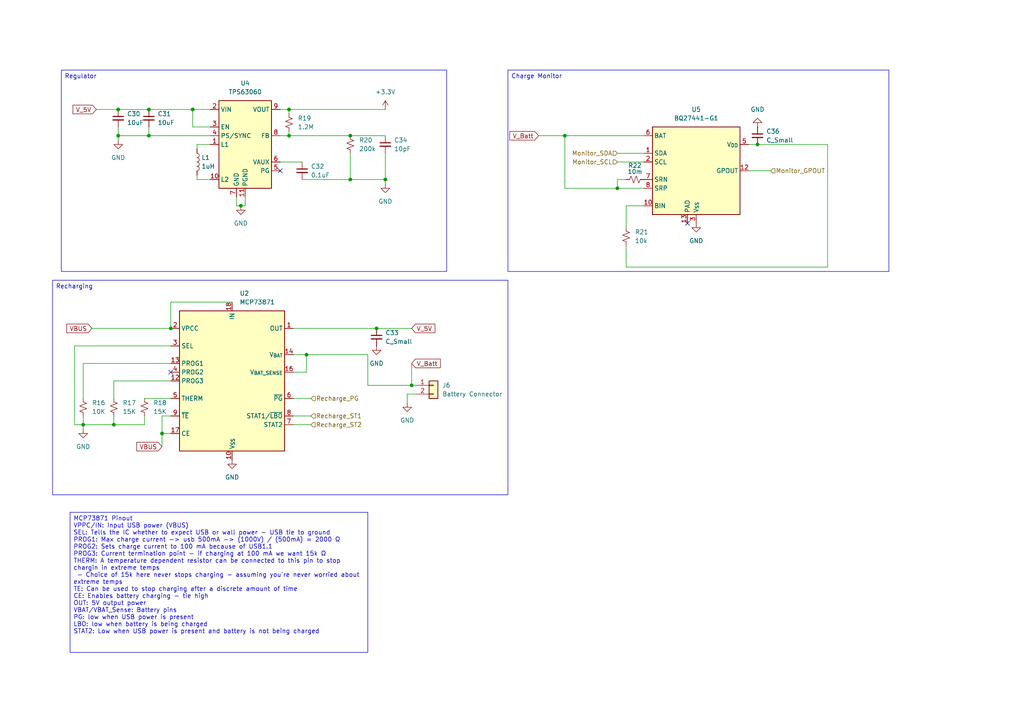
<source format=kicad_sch>
(kicad_sch (version 20231120) (generator "eeschema") (generator_version "8.0")
  (paper "A4")
  (lib_symbols
    (symbol "Battery_Management:BQ27441-G1"
      (property "Reference" "U" (at -5.08 15.875 0))
      (property "Value" "BQ27441-G1" (at -5.08 13.97 0))
      (symbol "BQ27441-G1_0_1"
        (rectangle (start -12.7 12.7) (end 12.7 -12.7) (stroke (width 0.254)) (fill (type background)))
      )
      (symbol "BQ27441-G1_1_1"
        (pin bidirectional line (at -15.24 5.08 0) (length 2.54) (name "SDA") (number "1"))
        (pin input line (at -15.24 -10.16 0) (length 2.54) (name "BIN") (number "10"))
        (pin no_connect line (at 10.16 -2.54 180) (length 2.54) hide (name "NC") (number "11"))
        (pin output line (at 15.24 0 180) (length 2.54) (name "GPOUT") (number "12"))
        (pin power_in line (at -2.54 -15.24 90) (length 2.54) (name "PAD") (number "13"))
        (pin input line (at -15.24 2.54 0) (length 2.54) (name "SCL") (number "2"))
        (pin power_in line (at 0 -15.24 90) (length 2.54) (name "V_{SS}") (number "3"))
        (pin no_connect line (at 10.16 -7.62 180) (length 2.54) hide (name "NC") (number "4"))
        (pin power_out line (at 15.24 7.62 180) (length 2.54) (name "V_{DD}") (number "5"))
        (pin power_in line (at -15.24 10.16 0) (length 2.54) (name "BAT") (number "6"))
        (pin input line (at -15.24 -2.54 0) (length 2.54) (name "SRN") (number "7"))
        (pin input line (at -15.24 -5.08 0) (length 2.54) (name "SRP") (number "8"))
        (pin no_connect line (at 10.16 -5.08 180) (length 2.54) hide (name "NC") (number "9"))
      )
    )
    (symbol "Battery_Management:MCP73871"
      (property "Reference" "U" (at -7.62 24.13 0))
      (property "Value" "MCP73871" (at -15.24 21.59 0))
      (symbol "MCP73871_0_1"
        (rectangle (start -15.24 20.32) (end 15.24 -20.32) (stroke (width 0.254)) (fill (type background)))
      )
      (symbol "MCP73871_1_1"
        (pin power_out line (at 17.78 15.24 180) (length 2.54) (name "OUT") (number "1"))
        (pin power_in line (at 0 -22.86 90) (length 2.54) (name "V_{SS}") (number "10"))
        (pin passive line (at 0 -22.86 90) (length 2.54) hide (name "V_{SS}") (number "11"))
        (pin bidirectional line (at -17.78 0 0) (length 2.54) (name "PROG3") (number "12"))
        (pin bidirectional line (at -17.78 5.08 0) (length 2.54) (name "PROG1") (number "13"))
        (pin power_out line (at 17.78 7.62 180) (length 2.54) (name "V_{BAT}") (number "14"))
        (pin passive line (at 17.78 7.62 180) (length 2.54) hide (name "V_{BAT}") (number "15"))
        (pin input line (at 17.78 2.54 180) (length 2.54) (name "V_{BAT_SENSE}") (number "16"))
        (pin input line (at -17.78 -15.24 0) (length 2.54) (name "CE") (number "17"))
        (pin power_in line (at 0 22.86 270) (length 2.54) (name "IN") (number "18"))
        (pin passive line (at 0 22.86 270) (length 2.54) hide (name "IN") (number "19"))
        (pin input line (at -17.78 15.24 0) (length 2.54) (name "VPCC") (number "2"))
        (pin passive line (at 17.78 15.24 180) (length 2.54) hide (name "OUT") (number "20"))
        (pin passive line (at 0 -22.86 90) (length 2.54) hide (name "V_{SS}") (number "21"))
        (pin input line (at -17.78 10.16 0) (length 2.54) (name "SEL") (number "3"))
        (pin input line (at -17.78 2.54 0) (length 2.54) (name "PROG2") (number "4"))
        (pin bidirectional line (at -17.78 -5.08 0) (length 2.54) (name "THERM") (number "5"))
        (pin open_collector line (at 17.78 -5.08 180) (length 2.54) (name "~{PG}") (number "6"))
        (pin open_collector line (at 17.78 -12.7 180) (length 2.54) (name "STAT2") (number "7"))
        (pin open_collector line (at 17.78 -10.16 180) (length 2.54) (name "STAT1/~{LBO}") (number "8"))
        (pin input line (at -17.78 -10.16 0) (length 2.54) (name "~{TE}") (number "9"))
      )
    )
    (symbol "Connector_Generic:Conn_01x02" (pin_names (offset 1.016) hide)
      (property "Reference" "J" (at 0 2.54 0))
      (property "Value" "Conn_01x02" (at 0 -5.08 0))
      (symbol "Conn_01x02_1_1"
        (rectangle (start -1.27 -2.413) (end 0 -2.667) (stroke (width 0.1524)))
        (rectangle (start -1.27 0.127) (end 0 -0.127) (stroke (width 0.1524)))
        (rectangle (start -1.27 1.27) (end 1.27 -3.81) (stroke (width 0.254)) (fill (type background)))
        (pin passive line (at -5.08 0 0) (length 3.81) (name "Pin_1") (number "1"))
        (pin passive line (at -5.08 -2.54 0) (length 3.81) (name "Pin_2") (number "2"))
      )
    )
    (symbol "Device:C_Small" (pin_numbers hide) (pin_names (offset 0.254) hide)
      (property "Reference" "C" (at 0.254 1.778 0))
      (property "Value" "C_Small" (at 0.254 -2.032 0))
      (symbol "C_Small_0_1"
        (polyline (pts (xy -1.524 -0.508) (xy 1.524 -0.508)) (stroke (width 0.3302)))
        (polyline (pts (xy -1.524 0.508) (xy 1.524 0.508)) (stroke (width 0.3048)))
      )
      (symbol "C_Small_1_1"
        (pin passive line (at 0 2.54 270) (length 2.032) (name "~") (number "1"))
        (pin passive line (at 0 -2.54 90) (length 2.032) (name "~") (number "2"))
      )
    )
    (symbol "Device:L" (pin_numbers hide) (pin_names (offset 1.016) hide)
      (property "Reference" "L" (at -1.27 0 90))
      (property "Value" "L" (at 1.905 0 90))
      (symbol "L_0_1"
        (arc (start 0 -2.54) (mid 0.6323 -1.905) (end 0 -1.27))
        (arc (start 0 -1.27) (mid 0.6323 -0.635) (end 0 0))
        (arc (start 0 0) (mid 0.6323 0.635) (end 0 1.27))
        (arc (start 0 1.27) (mid 0.6323 1.905) (end 0 2.54))
      )
      (symbol "L_1_1"
        (pin passive line (at 0 3.81 270) (length 1.27) (name "1") (number "1"))
        (pin passive line (at 0 -3.81 90) (length 1.27) (name "2") (number "2"))
      )
    )
    (symbol "Device:R_Small_US" (pin_numbers hide) (pin_names (offset 0.254) hide)
      (property "Reference" "R" (at 0.762 0.508 0))
      (property "Value" "R_Small_US" (at 0.762 -1.016 0))
      (symbol "R_Small_US_1_1"
        (polyline (pts (xy 0 0) (xy 1.016 -0.381) (xy 0 -0.762) (xy -1.016 -1.143) (xy 0 -1.524)))
        (polyline (pts (xy 0 1.524) (xy 1.016 1.143) (xy 0 0.762) (xy -1.016 0.381) (xy 0 0)))
        (pin passive line (at 0 2.54 270) (length 1.016) (name "~") (number "1"))
        (pin passive line (at 0 -2.54 90) (length 1.016) (name "~") (number "2"))
      )
    )
    (symbol "Regulator_Switching:TPS63060"
      (property "Reference" "U" (at -7.62 13.97 0))
      (property "Value" "TPS63060" (at 2.54 13.97 0))
      (symbol "TPS63060_0_1"
        (rectangle (start -7.62 12.7) (end 7.62 -12.7) (stroke (width 0.254)) (fill (type background)))
      )
      (symbol "TPS63060_1_1"
        (pin input line (at -10.16 0 0) (length 2.54) (name "L1") (number "1"))
        (pin input line (at -10.16 -10.16 0) (length 2.54) (name "L2") (number "10"))
        (pin power_in line (at 0 -15.24 90) (length 2.54) (name "PGND") (number "11"))
        (pin power_in line (at -10.16 10.16 0) (length 2.54) (name "VIN") (number "2"))
        (pin input line (at -10.16 5.08 0) (length 2.54) (name "EN") (number "3"))
        (pin input line (at -10.16 2.54 0) (length 2.54) (name "PS/SYNC") (number "4"))
        (pin output line (at 10.16 -7.62 180) (length 2.54) (name "PG") (number "5"))
        (pin passive line (at 10.16 -5.08 180) (length 2.54) (name "VAUX") (number "6"))
        (pin power_in line (at -2.54 -15.24 90) (length 2.54) (name "GND") (number "7"))
        (pin input line (at 10.16 2.54 180) (length 2.54) (name "FB") (number "8"))
        (pin power_out line (at 10.16 10.16 180) (length 2.54) (name "VOUT") (number "9"))
      )
    )
    (symbol "power:+3.3V" (power) (pin_numbers hide) (pin_names (offset 0) hide)
      (property "Value" "+3.3V" (at 0 3.556 0))
      (symbol "+3.3V_0_1"
        (polyline (pts (xy -0.762 1.27) (xy 0 2.54)))
        (polyline (pts (xy 0 0) (xy 0 2.54)))
        (polyline (pts (xy 0 2.54) (xy 0.762 1.27)))
      )
      (symbol "+3.3V_1_1"
        (pin power_in line (at 0 0 90) (length 0) (name "~") (number "1"))
      )
    )
    (symbol "power:GND" (power) (pin_numbers hide) (pin_names (offset 0) hide)
      (property "Value" "GND" (at 0 -3.81 0))
      (symbol "GND_0_1"
        (polyline (pts (xy 0 0) (xy 0 -1.27) (xy 1.27 -1.27) (xy 0 -2.54) (xy -1.27 -1.27) (xy 0 -1.27)))
      )
      (symbol "GND_1_1"
        (pin power_in line (at 0 0 270) (length 0) (name "~") (number "1"))
      )
    )
  )
  (junction (at 111.76 52.07))
  (junction (at 88.9 102.87))
  (junction (at 219.71 41.91))
  (junction (at 119.38 111.76))
  (junction (at 179.07 54.61))
  (junction (at 83.82 39.37))
  (junction (at 33.02 123.19))
  (junction (at 163.83 39.37))
  (junction (at 34.29 31.75))
  (junction (at 24.13 123.19))
  (junction (at 46.99 125.73))
  (junction (at 101.6 39.37))
  (junction (at 34.29 39.37))
  (junction (at 101.6 52.07))
  (junction (at 69.85 59.69))
  (junction (at 43.18 39.37))
  (junction (at 109.22 95.25))
  (junction (at 49.53 95.25))
  (junction (at 83.82 31.75))
  (junction (at 43.18 31.75))
  (junction (at 55.88 31.75))
  (no_connect (at 49.53 107.95))
  (no_connect (at 199.39 64.77))
  (no_connect (at 81.28 49.53))
  (wire (pts (xy 21.59 100.33) (xy 21.59 123.19)))
  (wire (pts (xy 43.18 36.83) (xy 43.18 39.37)))
  (wire (pts (xy 88.9 107.95) (xy 88.9 102.87)))
  (wire (pts (xy 21.59 123.19) (xy 24.13 123.19)))
  (wire (pts (xy 111.76 52.07) (xy 111.76 53.34)))
  (wire (pts (xy 118.11 114.3) (xy 118.11 116.84)))
  (wire (pts (xy 179.07 46.99) (xy 186.69 46.99)))
  (wire (pts (xy 57.15 43.18) (xy 57.15 41.91)))
  (wire (pts (xy 85.09 107.95) (xy 88.9 107.95)))
  (wire (pts (xy 240.03 41.91) (xy 240.03 77.47)))
  (wire (pts (xy 69.85 59.69) (xy 68.58 59.69)))
  (wire (pts (xy 83.82 33.02) (xy 83.82 31.75)))
  (wire (pts (xy 109.22 95.25) (xy 119.38 95.25)))
  (wire (pts (xy 34.29 39.37) (xy 34.29 40.64)))
  (wire (pts (xy 57.15 52.07) (xy 60.96 52.07)))
  (wire (pts (xy 57.15 41.91) (xy 60.96 41.91)))
  (wire (pts (xy 26.67 95.25) (xy 49.53 95.25)))
  (wire (pts (xy 81.28 31.75) (xy 83.82 31.75)))
  (wire (pts (xy 41.91 123.19) (xy 33.02 123.19)))
  (wire (pts (xy 120.65 114.3) (xy 118.11 114.3)))
  (wire (pts (xy 55.88 36.83) (xy 55.88 31.75)))
  (wire (pts (xy 101.6 52.07) (xy 111.76 52.07)))
  (wire (pts (xy 106.68 102.87) (xy 106.68 111.76)))
  (wire (pts (xy 68.58 59.69) (xy 68.58 57.15)))
  (wire (pts (xy 41.91 115.57) (xy 49.53 115.57)))
  (wire (pts (xy 119.38 111.76) (xy 120.65 111.76)))
  (wire (pts (xy 43.18 39.37) (xy 34.29 39.37)))
  (wire (pts (xy 24.13 105.41) (xy 24.13 115.57)))
  (wire (pts (xy 181.61 66.04) (xy 181.61 59.69)))
  (wire (pts (xy 49.53 87.63) (xy 67.31 87.63)))
  (wire (pts (xy 181.61 71.12) (xy 181.61 77.47)))
  (wire (pts (xy 43.18 31.75) (xy 55.88 31.75)))
  (wire (pts (xy 119.38 105.41) (xy 119.38 111.76)))
  (wire (pts (xy 24.13 123.19) (xy 24.13 124.46)))
  (wire (pts (xy 156.21 39.37) (xy 163.83 39.37)))
  (wire (pts (xy 85.09 123.19) (xy 90.17 123.19)))
  (wire (pts (xy 33.02 123.19) (xy 24.13 123.19)))
  (wire (pts (xy 24.13 120.65) (xy 24.13 123.19)))
  (wire (pts (xy 179.07 52.07) (xy 179.07 54.61)))
  (wire (pts (xy 186.69 54.61) (xy 179.07 54.61)))
  (wire (pts (xy 49.53 110.49) (xy 33.02 110.49)))
  (wire (pts (xy 33.02 120.65) (xy 33.02 123.19)))
  (wire (pts (xy 71.12 59.69) (xy 71.12 57.15)))
  (wire (pts (xy 88.9 102.87) (xy 106.68 102.87)))
  (wire (pts (xy 83.82 38.1) (xy 83.82 39.37)))
  (wire (pts (xy 46.99 125.73) (xy 46.99 129.54)))
  (wire (pts (xy 179.07 54.61) (xy 163.83 54.61)))
  (wire (pts (xy 217.17 49.53) (xy 223.52 49.53)))
  (wire (pts (xy 49.53 105.41) (xy 24.13 105.41)))
  (wire (pts (xy 34.29 31.75) (xy 43.18 31.75)))
  (wire (pts (xy 49.53 95.25) (xy 49.53 87.63)))
  (wire (pts (xy 33.02 110.49) (xy 33.02 115.57)))
  (wire (pts (xy 27.94 31.75) (xy 34.29 31.75)))
  (wire (pts (xy 46.99 120.65) (xy 46.99 125.73)))
  (wire (pts (xy 85.09 95.25) (xy 109.22 95.25)))
  (wire (pts (xy 83.82 39.37) (xy 101.6 39.37)))
  (wire (pts (xy 181.61 52.07) (xy 179.07 52.07)))
  (wire (pts (xy 87.63 52.07) (xy 101.6 52.07)))
  (wire (pts (xy 34.29 36.83) (xy 34.29 39.37)))
  (wire (pts (xy 49.53 120.65) (xy 46.99 120.65)))
  (wire (pts (xy 49.53 100.33) (xy 21.59 100.33)))
  (wire (pts (xy 85.09 102.87) (xy 88.9 102.87)))
  (wire (pts (xy 83.82 31.75) (xy 111.76 31.75)))
  (wire (pts (xy 219.71 41.91) (xy 240.03 41.91)))
  (wire (pts (xy 60.96 39.37) (xy 43.18 39.37)))
  (wire (pts (xy 57.15 50.8) (xy 57.15 52.07)))
  (wire (pts (xy 55.88 31.75) (xy 60.96 31.75)))
  (wire (pts (xy 179.07 44.45) (xy 186.69 44.45)))
  (wire (pts (xy 81.28 46.99) (xy 87.63 46.99)))
  (wire (pts (xy 85.09 115.57) (xy 90.17 115.57)))
  (wire (pts (xy 163.83 54.61) (xy 163.83 39.37)))
  (wire (pts (xy 111.76 44.45) (xy 111.76 52.07)))
  (wire (pts (xy 181.61 77.47) (xy 240.03 77.47)))
  (wire (pts (xy 101.6 44.45) (xy 101.6 52.07)))
  (wire (pts (xy 85.09 120.65) (xy 90.17 120.65)))
  (wire (pts (xy 81.28 39.37) (xy 83.82 39.37)))
  (wire (pts (xy 101.6 39.37) (xy 111.76 39.37)))
  (wire (pts (xy 46.99 125.73) (xy 49.53 125.73)))
  (wire (pts (xy 181.61 59.69) (xy 186.69 59.69)))
  (wire (pts (xy 163.83 39.37) (xy 186.69 39.37)))
  (wire (pts (xy 41.91 120.65) (xy 41.91 123.19)))
  (wire (pts (xy 69.85 59.69) (xy 71.12 59.69)))
  (wire (pts (xy 60.96 36.83) (xy 55.88 36.83)))
  (wire (pts (xy 106.68 111.76) (xy 119.38 111.76)))
  (wire (pts (xy 217.17 41.91) (xy 219.71 41.91)))
  (text_box "Charge Monitor" (at 147.32 20.32 0) (size 110.49 58.42) (effects (font (size 1.27 1.27)) (justify left top)))
  (text_box "MCP73871 Pinout\nVPPC/IN: Input USB power (VBUS)\nSEL: Tells the IC whether to expect USB or wall power - USB tie to ground\nPROG1: Max charge current -> usb 500mA -> (1000V) / (500mA) = 2000 Ω\nPROG2: Sets charge current to 100 mA because of USB1.1\nPROG3: Current termination point - if charging at 100 mA we want 15k Ω \nTHERM: A temperature dependent resistor can be connected to this pin to stop chargin in extreme temps\n - Choice of 15k here never stops charging - assuming you're never worried about extreme temps\nTE: Can be used to stop charging after a discrete amount of time \nCE: Enables battery charging - tie high \nOUT: 5V output power\nVBAT/VBAT_Sense: Battery pins \nPG: low when USB power is present\nLBO: low when battery is being charged\nSTAT2: Low when USB power is present and battery is not being charged\n" (at 20.32 148.59 0) (size 86.36 40.64) (effects (font (size 1.27 1.27)) (justify left top)))
  (text_box "Recharging" (at 15.24 81.28 0) (size 132.08 62.23) (effects (font (size 1.27 1.27)) (justify left top)))
  (text_box "Regulator" (at 17.78 20.32 0) (size 111.76 58.42) (effects (font (size 1.27 1.27)) (justify left top)))
  (global_label "VBUS" (shape input) (at 26.67 95.25 180) (property "Intersheetrefs" "${INTERSHEET_REFS}" (effects (hide yes))))
  (global_label "V_Batt" (shape input) (at 156.21 39.37 180) (property "Intersheetrefs" "${INTERSHEET_REFS}" (effects (hide yes))))
  (global_label "V_5V" (shape input) (at 27.94 31.75 180) (property "Intersheetrefs" "${INTERSHEET_REFS}" (effects (hide yes))))
  (global_label "VBUS" (shape input) (at 46.99 129.54 180) (property "Intersheetrefs" "${INTERSHEET_REFS}" (effects (hide yes))))
  (global_label "V_5V" (shape input) (at 119.38 95.25 0) (property "Intersheetrefs" "${INTERSHEET_REFS}" (effects (hide yes))))
  (global_label "V_Batt" (shape input) (at 119.38 105.41 0) (property "Intersheetrefs" "${INTERSHEET_REFS}" (effects (hide yes))))
  (hierarchical_label "Monitor_GPOUT" (shape input) (at 223.52 49.53 0))
  (hierarchical_label "Monitor_SDA" (shape input) (at 179.07 44.45 180))
  (hierarchical_label "Monitor_SCL" (shape input) (at 179.07 46.99 180))
  (hierarchical_label "Recharge_ST2" (shape input) (at 90.17 123.19 0))
  (hierarchical_label "Recharge_PG" (shape input) (at 90.17 115.57 0))
  (hierarchical_label "Recharge_ST1" (shape input) (at 90.17 120.65 0))
  (symbol (lib_id "Device:C_Small") (at 219.71 39.37 0) (unit 1)
    (property "Reference" "C36" (at 222.25 38.1062 0) (effects (justify left)))
    (property "Value" "C_Small" (at 222.25 40.6462 0) (effects (justify left)))
    (property "Description" "Unpolarized capacitor, small symbol" (effects (hide yes)))
  )
  (symbol (lib_id "Device:C_Small") (at 109.22 97.79 0) (unit 1)
    (property "Reference" "C33" (at 111.76 96.5262 0) (effects (justify left)))
    (property "Value" "C_Small" (at 111.76 99.0662 0) (effects (justify left)))
    (property "Description" "Unpolarized capacitor, small symbol" (effects (hide yes)))
  )
  (symbol (lib_id "Regulator_Switching:TPS63060") (at 71.12 41.91 0) (unit 1)
    (property "Reference" "U4" (at 71.12 24.13 0))
    (property "Value" "TPS63060" (at 71.12 26.67 0))
    (property "Footprint" "Package_SON:Texas_S-PWSON-N10_ThermalVias" (effects (hide yes)))
    (property "Datasheet" "http://www.ti.com/lit/ds/symlink/tps63060.pdf" (effects (hide yes)))
    (property "Description" "Buck-Boost Converter, 2.5-12V Input Voltage, 2-A Switch Current, Adjustable 2.5-8V Output Voltage, S-PWSON-N10" (effects (hide yes)))
  )
  (symbol (lib_id "power:GND") (at 34.29 40.64 0) (unit 1)
    (property "Reference" "#PWR026" (effects (hide yes)))
    (property "Value" "GND" (at 34.29 45.72 0))
    (property "Description" "Power symbol creates a global label with name \"GND\" , ground" (effects (hide yes)))
  )
  (symbol (lib_id "Device:R_Small_US") (at 101.6 41.91 0) (unit 1)
    (property "Reference" "R20" (at 104.14 40.6399 0) (effects (justify left)))
    (property "Value" "200k" (at 104.14 43.1799 0) (effects (justify left)))
    (property "Description" "Resistor, small US symbol" (effects (hide yes)))
  )
  (symbol (lib_id "power:GND") (at 69.85 59.69 0) (unit 1)
    (property "Reference" "#PWR028" (effects (hide yes)))
    (property "Value" "GND" (at 69.85 64.77 0))
    (property "Description" "Power symbol creates a global label with name \"GND\" , ground" (effects (hide yes)))
  )
  (symbol (lib_id "Device:R_Small_US") (at 33.02 118.11 0) (unit 1)
    (property "Reference" "R17" (at 35.56 116.8399 0) (effects (justify left)))
    (property "Value" "15K" (at 35.56 119.3799 0) (effects (justify left)))
    (property "Description" "Resistor, small US symbol" (effects (hide yes)))
  )
  (symbol (lib_id "power:+3.3V") (at 111.76 31.75 0) (unit 1)
    (property "Reference" "#PWR034" (effects (hide yes)))
    (property "Value" "+3.3V" (at 111.76 26.67 0))
    (property "Description" "Power symbol creates a global label with name \"+3.3V\"" (effects (hide yes)))
  )
  (symbol (lib_id "Device:R_Small_US") (at 184.15 52.07 90) (unit 1)
    (property "Reference" "R22" (at 184.15 48.006 90))
    (property "Value" "10m" (at 184.15 49.784 90))
    (property "Description" "Resistor, small US symbol" (effects (hide yes)))
  )
  (symbol (lib_id "power:GND") (at 109.22 100.33 0) (unit 1)
    (property "Reference" "#PWR030" (effects (hide yes)))
    (property "Value" "GND" (at 109.22 105.41 0))
    (property "Description" "Power symbol creates a global label with name \"GND\" , ground" (effects (hide yes)))
  )
  (symbol (lib_id "Battery_Management:MCP73871") (at 67.31 110.49 0) (unit 1)
    (property "Reference" "U2" (at 69.5041 85.09 0) (effects (justify left)))
    (property "Value" "MCP73871" (at 69.5041 87.63 0) (effects (justify left)))
    (property "Footprint" "Package_DFN_QFN:QFN-20-1EP_4x4mm_P0.5mm_EP2.5x2.5mm" (effects (hide yes)))
    (property "Datasheet" "http://www.mouser.com/ds/2/268/22090a-52174.pdf" (effects (hide yes)))
    (property "Description" "Single cell, Li-Ion/Li-Po charge management controller" (effects (hide yes)))
  )
  (symbol (lib_id "power:GND") (at 111.76 53.34 0) (unit 1)
    (property "Reference" "#PWR031" (effects (hide yes)))
    (property "Value" "GND" (at 111.76 58.42 0))
    (property "Description" "Power symbol creates a global label with name \"GND\" , ground" (effects (hide yes)))
  )
  (symbol (lib_id "Device:R_Small_US") (at 24.13 118.11 0) (unit 1)
    (property "Reference" "R16" (at 26.67 116.8399 0) (effects (justify left)))
    (property "Value" "10K" (at 26.67 119.3799 0) (effects (justify left)))
    (property "Description" "Resistor, small US symbol" (effects (hide yes)))
  )
  (symbol (lib_id "Device:C_Small") (at 111.76 41.91 0) (unit 1)
    (property "Reference" "C34" (at 114.3 40.6462 0) (effects (justify left)))
    (property "Value" "10pF" (at 114.3 43.1862 0) (effects (justify left)))
    (property "Description" "Unpolarized capacitor, small symbol" (effects (hide yes)))
  )
  (symbol (lib_id "Device:C_Small") (at 43.18 34.29 0) (unit 1)
    (property "Reference" "C31" (at 45.72 33.0262 0) (effects (justify left)))
    (property "Value" "10uF" (at 45.72 35.5662 0) (effects (justify left)))
    (property "Description" "Unpolarized capacitor, small symbol" (effects (hide yes)))
  )
  (symbol (lib_id "power:GND") (at 24.13 124.46 0) (unit 1)
    (property "Reference" "#PWR025" (effects (hide yes)))
    (property "Value" "GND" (at 24.13 129.54 0))
    (property "Description" "Power symbol creates a global label with name \"GND\" , ground" (effects (hide yes)))
  )
  (symbol (lib_id "Device:C_Small") (at 34.29 34.29 0) (unit 1)
    (property "Reference" "C30" (at 36.83 33.0262 0) (effects (justify left)))
    (property "Value" "10uF" (at 36.83 35.5662 0) (effects (justify left)))
    (property "Description" "Unpolarized capacitor, small symbol" (effects (hide yes)))
  )
  (symbol (lib_id "power:GND") (at 219.71 36.83 180) (unit 1)
    (property "Reference" "#PWR032" (effects (hide yes)))
    (property "Value" "GND" (at 219.71 31.75 0))
    (property "Description" "Power symbol creates a global label with name \"GND\" , ground" (effects (hide yes)))
  )
  (symbol (lib_id "power:GND") (at 67.31 133.35 0) (unit 1)
    (property "Reference" "#PWR027" (effects (hide yes)))
    (property "Value" "GND" (at 67.31 138.43 0))
    (property "Description" "Power symbol creates a global label with name \"GND\" , ground" (effects (hide yes)))
  )
  (symbol (lib_id "Battery_Management:BQ27441-G1") (at 201.93 49.53 0) (unit 1)
    (property "Reference" "U5" (at 201.93 31.75 0))
    (property "Value" "BQ27441-G1" (at 201.93 34.29 0))
    (property "Footprint" "Package_SON:Texas_S-PDSO-N12" (effects (hide yes)))
    (property "Datasheet" "http://www.ti.com/lit/ds/symlink/bq27441-g1.pdf" (effects (hide yes)))
    (property "Description" "System Side Li Ion/Polymer Fuel Gauge, PDSON-12" (effects (hide yes)))
  )
  (symbol (lib_id "Device:R_Small_US") (at 41.91 118.11 0) (unit 1)
    (property "Reference" "R18" (at 44.45 116.8399 0) (effects (justify left)))
    (property "Value" "15K" (at 44.45 119.3799 0) (effects (justify left)))
    (property "Description" "Resistor, small US symbol" (effects (hide yes)))
  )
  (symbol (lib_id "Device:R_Small_US") (at 83.82 35.56 0) (unit 1)
    (property "Reference" "R19" (at 86.36 34.2899 0) (effects (justify left)))
    (property "Value" "1.2M" (at 86.36 36.8299 0) (effects (justify left)))
    (property "Description" "Resistor, small US symbol" (effects (hide yes)))
  )
  (symbol (lib_id "power:GND") (at 201.93 64.77 0) (unit 1)
    (property "Reference" "#PWR033" (effects (hide yes)))
    (property "Value" "GND" (at 201.93 69.85 0))
    (property "Description" "Power symbol creates a global label with name \"GND\" , ground" (effects (hide yes)))
  )
  (symbol (lib_id "Device:L") (at 57.15 46.99 0) (unit 1)
    (property "Reference" "L1" (at 58.42 45.7199 0) (effects (justify left)))
    (property "Value" "1uH" (at 58.42 48.2599 0) (effects (justify left)))
    (property "Description" "Inductor" (effects (hide yes)))
  )
  (symbol (lib_id "Connector_Generic:Conn_01x02") (at 125.73 111.76 0) (unit 1)
    (property "Reference" "J6" (at 128.27 111.7599 0) (effects (justify left)))
    (property "Value" "Battery Connector" (at 128.27 114.2999 0) (effects (justify left)))
    (property "Description" "Generic connector, single row, 01x02, script generated (kicad-library-utils/schlib/autogen/connector/)" (effects (hide yes)))
  )
  (symbol (lib_id "Device:R_Small_US") (at 181.61 68.58 180) (unit 1)
    (property "Reference" "R21" (at 184.15 67.3099 0) (effects (justify right)))
    (property "Value" "10k" (at 184.15 69.8499 0) (effects (justify right)))
    (property "Description" "Resistor, small US symbol" (effects (hide yes)))
  )
  (symbol (lib_id "power:GND") (at 118.11 116.84 0) (unit 1)
    (property "Reference" "#PWR029" (effects (hide yes)))
    (property "Value" "GND" (at 118.11 121.92 0))
    (property "Description" "Power symbol creates a global label with name \"GND\" , ground" (effects (hide yes)))
  )
  (symbol (lib_id "Device:C_Small") (at 87.63 49.53 0) (unit 1)
    (property "Reference" "C32" (at 90.17 48.2662 0) (effects (justify left)))
    (property "Value" "0.1uF" (at 90.17 50.8062 0) (effects (justify left)))
    (property "Description" "Unpolarized capacitor, small symbol" (effects (hide yes)))
  )
)
</source>
